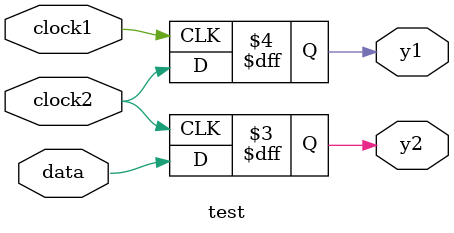
<source format=v>
module test (clock2, clock1, data, y1, y2);
input clock2, clock1, data;
output y1, y2;
reg y1, y2;
always @(posedge clock1)
y1 = clock2; //warning
always @(posedge clock2)
y2 = data;
endmodule

</source>
